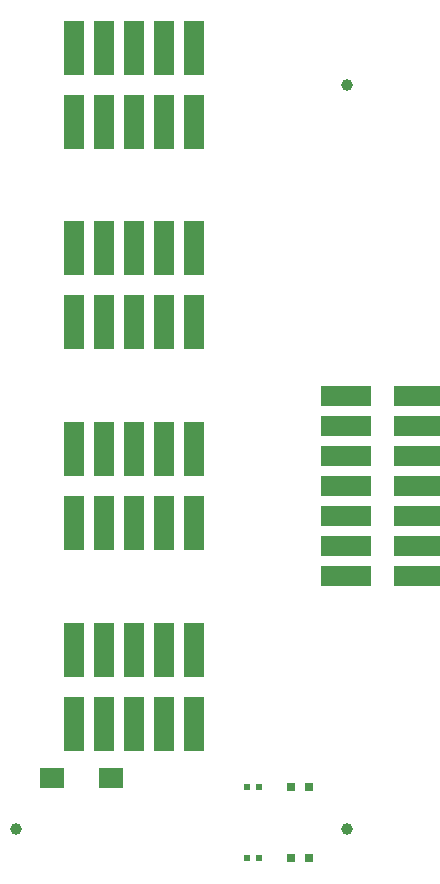
<source format=gbr>
%TF.GenerationSoftware,KiCad,Pcbnew,7.0.11-7.0.11~ubuntu22.04.1*%
%TF.CreationDate,2024-05-21T16:07:35+03:00*%
%TF.ProjectId,Neo6502PC-PWR_Rev_B,4e656f36-3530-4325-9043-2d5057525f52,B*%
%TF.SameCoordinates,PXd4ab5c0PY8b3c880*%
%TF.FileFunction,Paste,Top*%
%TF.FilePolarity,Positive*%
%FSLAX46Y46*%
G04 Gerber Fmt 4.6, Leading zero omitted, Abs format (unit mm)*
G04 Created by KiCad (PCBNEW 7.0.11-7.0.11~ubuntu22.04.1) date 2024-05-21 16:07:35*
%MOMM*%
%LPD*%
G01*
G04 APERTURE LIST*
G04 Aperture macros list*
%AMOutline4P*
0 Free polygon, 4 corners , with rotation*
0 The origin of the aperture is its center*
0 number of corners: always 4*
0 $1 to $8 corner X, Y*
0 $9 Rotation angle, in degrees counterclockwise*
0 create outline with 4 corners*
4,1,4,$1,$2,$3,$4,$5,$6,$7,$8,$1,$2,$9*%
G04 Aperture macros list end*
%ADD10Outline4P,-0.850000X-2.275000X0.850000X-2.275000X0.850000X2.275000X-0.850000X2.275000X180.000000*%
%ADD11Outline4P,-0.850000X-2.125000X0.850000X-2.125000X0.850000X2.125000X-0.850000X2.125000X270.000000*%
%ADD12C,1.000000*%
%ADD13R,0.800000X0.800000*%
%ADD14R,0.500000X0.550000*%
%ADD15R,2.000000X1.700000*%
G04 APERTURE END LIST*
D10*
X24080000Y65875000D03*
X24080000Y72125000D03*
X21540000Y65875000D03*
X21540000Y72125000D03*
X19000000Y65875000D03*
X19000000Y72125000D03*
X16460000Y65875000D03*
X16460000Y72125000D03*
X13920000Y65875000D03*
X13920000Y72125000D03*
D11*
X43125000Y42620000D03*
X36875000Y42620000D03*
X43125000Y40080000D03*
X36875000Y40080000D03*
X43125000Y37540000D03*
X36875000Y37540000D03*
X43125000Y35000000D03*
X36875000Y35000000D03*
X43125000Y32460000D03*
X36875000Y32460000D03*
X43125000Y29920000D03*
X36875000Y29920000D03*
X43125000Y27380000D03*
X36875000Y27380000D03*
D10*
X24080000Y48875000D03*
X24080000Y55125000D03*
X21540000Y48875000D03*
X21540000Y55125000D03*
X19000000Y48875000D03*
X19000000Y55125000D03*
X16460000Y48875000D03*
X16460000Y55125000D03*
X13920000Y48875000D03*
X13920000Y55125000D03*
D12*
X9000000Y6000000D03*
X37000000Y69000000D03*
D13*
X32238000Y3500000D03*
X33762000Y3500000D03*
D10*
X24080000Y31875000D03*
X24080000Y38125000D03*
X21540000Y31875000D03*
X21540000Y38125000D03*
X19000000Y31875000D03*
X19000000Y38125000D03*
X16460000Y31875000D03*
X16460000Y38125000D03*
X13920000Y31875000D03*
X13920000Y38125000D03*
D14*
X29508000Y3500000D03*
X28492000Y3500000D03*
D10*
X24080000Y14875000D03*
X24080000Y21125000D03*
X21540000Y14875000D03*
X21540000Y21125000D03*
X19000000Y14875000D03*
X19000000Y21125000D03*
X16460000Y14875000D03*
X16460000Y21125000D03*
X13920000Y14875000D03*
X13920000Y21125000D03*
D14*
X29508000Y9500000D03*
X28492000Y9500000D03*
D15*
X12000000Y10250000D03*
X17000000Y10250000D03*
D12*
X37000000Y6000000D03*
D13*
X32238000Y9500000D03*
X33762000Y9500000D03*
M02*

</source>
